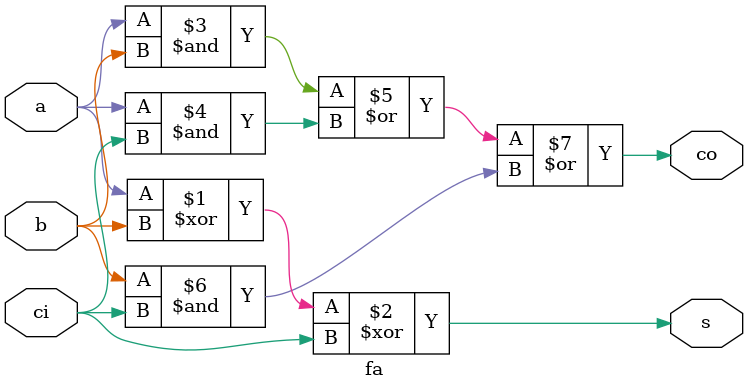
<source format=v>
module fa(
    input a,
    input b,
    input ci,
    output s,
    output co
);
    assign s  = a ^ b ^ ci;
    assign co = (a & b) | (a & ci) | (b & ci);
endmodule

</source>
